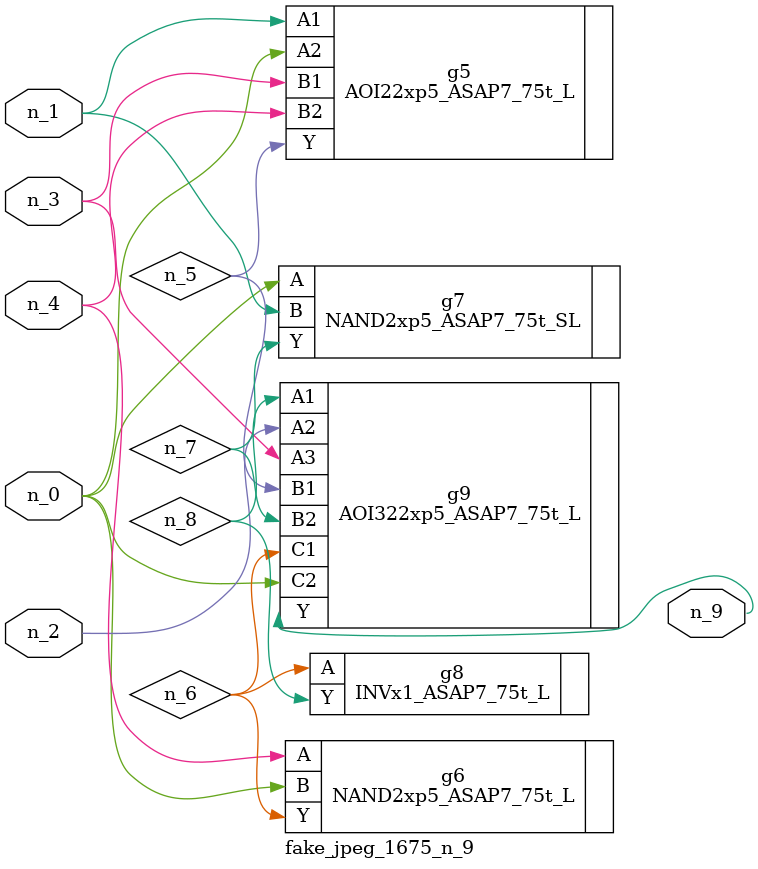
<source format=v>
module fake_jpeg_1675_n_9 (n_3, n_2, n_1, n_0, n_4, n_9);

input n_3;
input n_2;
input n_1;
input n_0;
input n_4;

output n_9;

wire n_8;
wire n_6;
wire n_5;
wire n_7;

AOI22xp5_ASAP7_75t_L g5 ( 
.A1(n_1),
.A2(n_0),
.B1(n_3),
.B2(n_4),
.Y(n_5)
);

NAND2xp5_ASAP7_75t_L g6 ( 
.A(n_4),
.B(n_0),
.Y(n_6)
);

NAND2xp5_ASAP7_75t_SL g7 ( 
.A(n_0),
.B(n_1),
.Y(n_7)
);

INVx1_ASAP7_75t_L g8 ( 
.A(n_6),
.Y(n_8)
);

AOI322xp5_ASAP7_75t_L g9 ( 
.A1(n_8),
.A2(n_2),
.A3(n_3),
.B1(n_5),
.B2(n_7),
.C1(n_6),
.C2(n_0),
.Y(n_9)
);


endmodule
</source>
